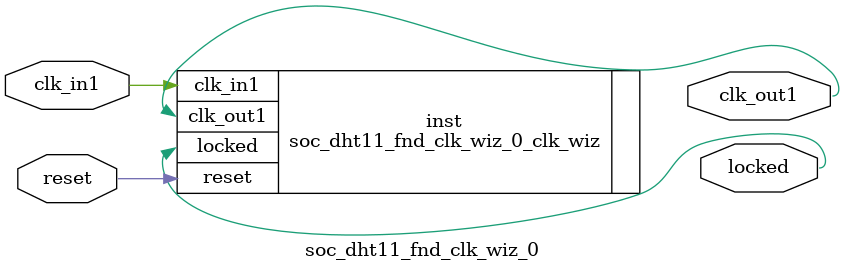
<source format=v>


`timescale 1ps/1ps

(* CORE_GENERATION_INFO = "soc_dht11_fnd_clk_wiz_0,clk_wiz_v6_0_15_0_0,{component_name=soc_dht11_fnd_clk_wiz_0,use_phase_alignment=true,use_min_o_jitter=false,use_max_i_jitter=false,use_dyn_phase_shift=false,use_inclk_switchover=false,use_dyn_reconfig=false,enable_axi=0,feedback_source=FDBK_AUTO,PRIMITIVE=MMCM,num_out_clk=1,clkin1_period=10.000,clkin2_period=10.000,use_power_down=false,use_reset=true,use_locked=true,use_inclk_stopped=false,feedback_type=SINGLE,CLOCK_MGR_TYPE=NA,manual_override=false}" *)

module soc_dht11_fnd_clk_wiz_0 
 (
  // Clock out ports
  output        clk_out1,
  // Status and control signals
  input         reset,
  output        locked,
 // Clock in ports
  input         clk_in1
 );

  soc_dht11_fnd_clk_wiz_0_clk_wiz inst
  (
  // Clock out ports  
  .clk_out1(clk_out1),
  // Status and control signals               
  .reset(reset), 
  .locked(locked),
 // Clock in ports
  .clk_in1(clk_in1)
  );

endmodule

</source>
